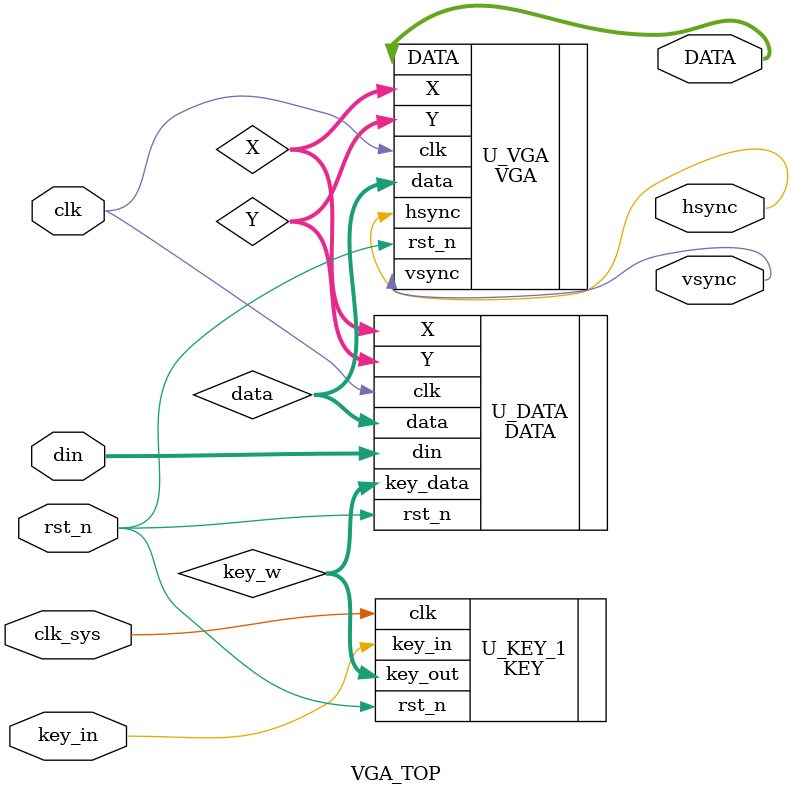
<source format=v>
/*****************************************************************************

*    Engineer       : yanglei
*    Target Device  : Cyclone IV E ( EP4CE6F17C8 )
*    Tool versions  : Quartus II 12.1
*    Create Date    : 2018-1-12
*    Revision       : v1.0
*    Description    : 适用于 VGA 和 HDMI 的顶层模块

*****************************************************************************/
module VGA_TOP (clk, clk_sys, key_in, din, rst_n, hsync, vsync, DATA);

    input         clk;
    input         clk_sys;
    input         key_in;
    input  [23:0] din;
    input         rst_n;
    
    output        hsync;
    output        vsync;
    output [23:0] DATA;
    
//--------------------Horizontal Parameter-----------------------                                       
    parameter 
        H_FRONT   = 12'd88,                           //行同步前
        H_SYNC    = 12'd44,                           //行同步期
        H_BACK    = 12'd148,                          //行同步后    
        H_ACT     = 12'd1920,                         //横向屏幕可见区域                                                                                                
//--------------------Vertical Parameter-------------------------  
        V_FRONT   = 12'd4,                                          
        V_SYNC    = 12'd5,
        V_BACK    = 12'd36,
        V_ACT     = 12'd1080;                          //纵向屏幕可见区域     

    wire [23:0] data;
    wire [3:0]  key_w;
    wire [11:0] X;
    wire [11:0] Y;
        
    KEY #(
        .MODE            ( 4'd10   )
    ) U_KEY_1 
    (
        .clk             ( clk_sys ), 
        .rst_n           ( rst_n   ), 
        .key_in          ( key_in  ), 
        .key_out         ( key_w   )
    );

    VGA #(                               //数据传递
        .H_FRONT         ( H_FRONT ),
        .H_SYNC          ( H_SYNC  ),
        .H_BACK          ( H_BACK  ),
        .H_ACT           ( H_ACT   ),                                                                                        
//--------------------Vertical Parameter-------------------------  
        .V_FRONT         ( V_FRONT ),                                       
        .V_SYNC          ( V_SYNC  ),
        .V_BACK          ( V_BACK  ),
        .V_ACT           ( V_ACT   )   
    ) U_VGA  
    (
        .clk             ( clk     ), 
        .rst_n           ( rst_n   ), 
        .data            ( data    ), 
        .hsync           ( hsync   ), 
        .vsync           ( vsync   ), 
        .DATA            ( DATA    ), 
        .X               ( X       ), 
        .Y               ( Y       )
    );

    DATA #(
        .H_ACT           ( H_ACT   ),
        .V_ACT           ( V_ACT   )
    ) U_DATA 
    (
        .clk             ( clk     ), 
        .rst_n           ( rst_n   ), 
        .din             ( din     ), 
        .key_data        ( key_w   ), 
        .X               ( X       ), 
        .Y               ( Y       ), 
        .data            ( data    )
    );
    
endmodule
</source>
